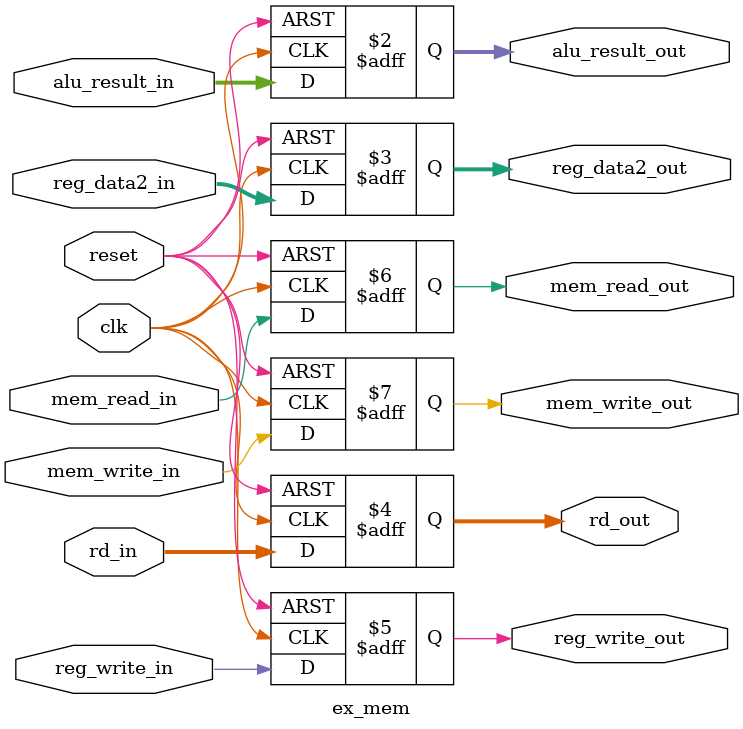
<source format=v>
module ex_mem(
    input clk,
    input reset,
    input [15:0] alu_result_in,
    input [15:0] reg_data2_in,   // for store instructions
    input [3:0] rd_in,
    input reg_write_in,
    input mem_read_in,
    input mem_write_in,
    output reg [15:0] alu_result_out,
    output reg [15:0] reg_data2_out,
    output reg [3:0] rd_out,
    output reg reg_write_out,
    output reg mem_read_out,
    output reg mem_write_out
);

always @(posedge clk or posedge reset) begin
    if (reset) begin
        alu_result_out <= 16'b0;
        reg_data2_out <= 16'b0;
        rd_out <= 4'b0;
        reg_write_out <= 0;
        mem_read_out <= 0;
        mem_write_out <= 0;
    end else begin
        alu_result_out <= alu_result_in;
        reg_data2_out <= reg_data2_in;
        rd_out <= rd_in;
        reg_write_out <= reg_write_in;
        mem_read_out <= mem_read_in;
        mem_write_out <= mem_write_in;
    end
end

endmodule

</source>
